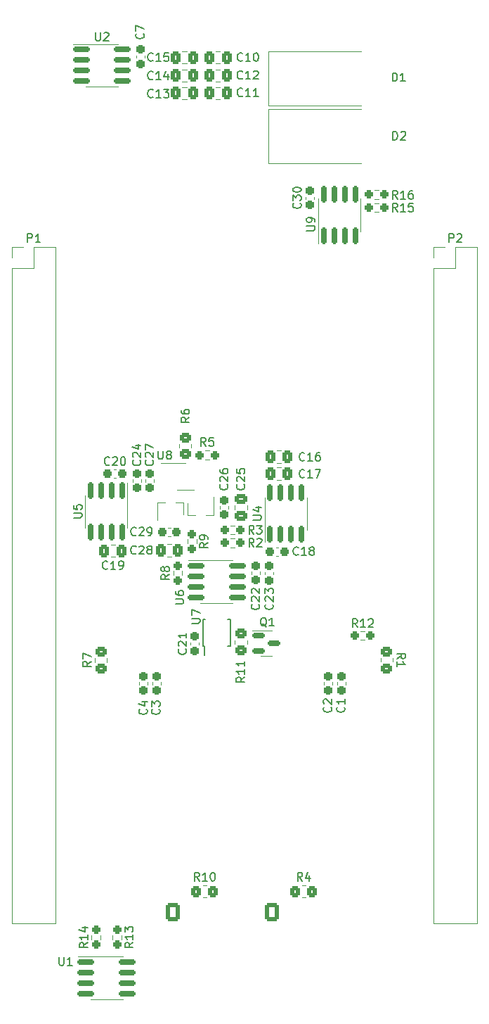
<source format=gto>
G04 #@! TF.GenerationSoftware,KiCad,Pcbnew,(6.0.5)*
G04 #@! TF.CreationDate,2022-05-13T08:12:08+02:00*
G04 #@! TF.ProjectId,MEV_board,4d45565f-626f-4617-9264-2e6b69636164,rev?*
G04 #@! TF.SameCoordinates,Original*
G04 #@! TF.FileFunction,Legend,Top*
G04 #@! TF.FilePolarity,Positive*
%FSLAX46Y46*%
G04 Gerber Fmt 4.6, Leading zero omitted, Abs format (unit mm)*
G04 Created by KiCad (PCBNEW (6.0.5)) date 2022-05-13 08:12:08*
%MOMM*%
%LPD*%
G01*
G04 APERTURE LIST*
G04 Aperture macros list*
%AMRoundRect*
0 Rectangle with rounded corners*
0 $1 Rounding radius*
0 $2 $3 $4 $5 $6 $7 $8 $9 X,Y pos of 4 corners*
0 Add a 4 corners polygon primitive as box body*
4,1,4,$2,$3,$4,$5,$6,$7,$8,$9,$2,$3,0*
0 Add four circle primitives for the rounded corners*
1,1,$1+$1,$2,$3*
1,1,$1+$1,$4,$5*
1,1,$1+$1,$6,$7*
1,1,$1+$1,$8,$9*
0 Add four rect primitives between the rounded corners*
20,1,$1+$1,$2,$3,$4,$5,0*
20,1,$1+$1,$4,$5,$6,$7,0*
20,1,$1+$1,$6,$7,$8,$9,0*
20,1,$1+$1,$8,$9,$2,$3,0*%
G04 Aperture macros list end*
%ADD10C,0.150000*%
%ADD11C,0.120000*%
%ADD12RoundRect,0.237500X-0.237500X0.300000X-0.237500X-0.300000X0.237500X-0.300000X0.237500X0.300000X0*%
%ADD13RoundRect,0.250000X0.475000X-0.337500X0.475000X0.337500X-0.475000X0.337500X-0.475000X-0.337500X0*%
%ADD14RoundRect,0.237500X0.237500X-0.300000X0.237500X0.300000X-0.237500X0.300000X-0.237500X-0.300000X0*%
%ADD15RoundRect,0.250000X0.337500X0.475000X-0.337500X0.475000X-0.337500X-0.475000X0.337500X-0.475000X0*%
%ADD16RoundRect,0.250000X-0.337500X-0.475000X0.337500X-0.475000X0.337500X0.475000X-0.337500X0.475000X0*%
%ADD17RoundRect,0.237500X0.300000X0.237500X-0.300000X0.237500X-0.300000X-0.237500X0.300000X-0.237500X0*%
%ADD18RoundRect,0.237500X-0.300000X-0.237500X0.300000X-0.237500X0.300000X0.237500X-0.300000X0.237500X0*%
%ADD19RoundRect,0.249999X0.450001X-0.350001X0.450001X0.350001X-0.450001X0.350001X-0.450001X-0.350001X0*%
%ADD20RoundRect,0.237500X-0.237500X0.250000X-0.237500X-0.250000X0.237500X-0.250000X0.237500X0.250000X0*%
%ADD21RoundRect,0.237500X0.250000X0.237500X-0.250000X0.237500X-0.250000X-0.237500X0.250000X-0.237500X0*%
%ADD22RoundRect,0.150000X-0.825000X-0.150000X0.825000X-0.150000X0.825000X0.150000X-0.825000X0.150000X0*%
%ADD23RoundRect,0.150000X0.150000X-0.825000X0.150000X0.825000X-0.150000X0.825000X-0.150000X-0.825000X0*%
%ADD24RoundRect,0.150000X-0.150000X0.825000X-0.150000X-0.825000X0.150000X-0.825000X0.150000X0.825000X0*%
%ADD25R,1.700000X1.700000*%
%ADD26O,1.700000X1.700000*%
%ADD27R,4.500000X3.300000*%
%ADD28R,0.800000X0.900000*%
%ADD29R,1.450000X0.450000*%
%ADD30RoundRect,0.237500X-0.250000X-0.237500X0.250000X-0.237500X0.250000X0.237500X-0.250000X0.237500X0*%
%ADD31C,3.600000*%
%ADD32C,6.400000*%
%ADD33RoundRect,0.250000X0.350000X0.450000X-0.350000X0.450000X-0.350000X-0.450000X0.350000X-0.450000X0*%
%ADD34RoundRect,0.250000X0.450000X-0.350000X0.450000X0.350000X-0.450000X0.350000X-0.450000X-0.350000X0*%
%ADD35RoundRect,0.150000X-0.587500X-0.150000X0.587500X-0.150000X0.587500X0.150000X-0.587500X0.150000X0*%
%ADD36R,0.250000X1.100000*%
%ADD37R,2.600000X2.600000*%
%ADD38C,2.600000*%
%ADD39R,1.500000X2.500000*%
%ADD40O,1.500000X2.500000*%
%ADD41RoundRect,0.250000X-0.620000X-0.845000X0.620000X-0.845000X0.620000X0.845000X-0.620000X0.845000X0*%
%ADD42O,1.740000X2.190000*%
G04 APERTURE END LIST*
D10*
X114466642Y-48236166D02*
X114514261Y-48283785D01*
X114561880Y-48426642D01*
X114561880Y-48521880D01*
X114514261Y-48664738D01*
X114419023Y-48759976D01*
X114323785Y-48807595D01*
X114133309Y-48855214D01*
X113990452Y-48855214D01*
X113799976Y-48807595D01*
X113704738Y-48759976D01*
X113609500Y-48664738D01*
X113561880Y-48521880D01*
X113561880Y-48426642D01*
X113609500Y-48283785D01*
X113657119Y-48236166D01*
X113561880Y-47902833D02*
X113561880Y-47236166D01*
X114561880Y-47664738D01*
X126595142Y-102496857D02*
X126642761Y-102544476D01*
X126690380Y-102687333D01*
X126690380Y-102782571D01*
X126642761Y-102925428D01*
X126547523Y-103020666D01*
X126452285Y-103068285D01*
X126261809Y-103115904D01*
X126118952Y-103115904D01*
X125928476Y-103068285D01*
X125833238Y-103020666D01*
X125738000Y-102925428D01*
X125690380Y-102782571D01*
X125690380Y-102687333D01*
X125738000Y-102544476D01*
X125785619Y-102496857D01*
X125785619Y-102115904D02*
X125738000Y-102068285D01*
X125690380Y-101973047D01*
X125690380Y-101734952D01*
X125738000Y-101639714D01*
X125785619Y-101592095D01*
X125880857Y-101544476D01*
X125976095Y-101544476D01*
X126118952Y-101592095D01*
X126690380Y-102163523D01*
X126690380Y-101544476D01*
X125690380Y-100639714D02*
X125690380Y-101115904D01*
X126166571Y-101163523D01*
X126118952Y-101115904D01*
X126071333Y-101020666D01*
X126071333Y-100782571D01*
X126118952Y-100687333D01*
X126166571Y-100639714D01*
X126261809Y-100592095D01*
X126499904Y-100592095D01*
X126595142Y-100639714D01*
X126642761Y-100687333D01*
X126690380Y-100782571D01*
X126690380Y-101020666D01*
X126642761Y-101115904D01*
X126595142Y-101163523D01*
X128373142Y-116911357D02*
X128420761Y-116958976D01*
X128468380Y-117101833D01*
X128468380Y-117197071D01*
X128420761Y-117339928D01*
X128325523Y-117435166D01*
X128230285Y-117482785D01*
X128039809Y-117530404D01*
X127896952Y-117530404D01*
X127706476Y-117482785D01*
X127611238Y-117435166D01*
X127516000Y-117339928D01*
X127468380Y-117197071D01*
X127468380Y-117101833D01*
X127516000Y-116958976D01*
X127563619Y-116911357D01*
X127563619Y-116530404D02*
X127516000Y-116482785D01*
X127468380Y-116387547D01*
X127468380Y-116149452D01*
X127516000Y-116054214D01*
X127563619Y-116006595D01*
X127658857Y-115958976D01*
X127754095Y-115958976D01*
X127896952Y-116006595D01*
X128468380Y-116578023D01*
X128468380Y-115958976D01*
X127563619Y-115578023D02*
X127516000Y-115530404D01*
X127468380Y-115435166D01*
X127468380Y-115197071D01*
X127516000Y-115101833D01*
X127563619Y-115054214D01*
X127658857Y-115006595D01*
X127754095Y-115006595D01*
X127896952Y-115054214D01*
X128468380Y-115625642D01*
X128468380Y-115006595D01*
X130024142Y-116911357D02*
X130071761Y-116958976D01*
X130119380Y-117101833D01*
X130119380Y-117197071D01*
X130071761Y-117339928D01*
X129976523Y-117435166D01*
X129881285Y-117482785D01*
X129690809Y-117530404D01*
X129547952Y-117530404D01*
X129357476Y-117482785D01*
X129262238Y-117435166D01*
X129167000Y-117339928D01*
X129119380Y-117197071D01*
X129119380Y-117101833D01*
X129167000Y-116958976D01*
X129214619Y-116911357D01*
X129214619Y-116530404D02*
X129167000Y-116482785D01*
X129119380Y-116387547D01*
X129119380Y-116149452D01*
X129167000Y-116054214D01*
X129214619Y-116006595D01*
X129309857Y-115958976D01*
X129405095Y-115958976D01*
X129547952Y-116006595D01*
X130119380Y-116578023D01*
X130119380Y-115958976D01*
X129119380Y-115625642D02*
X129119380Y-115006595D01*
X129500333Y-115339928D01*
X129500333Y-115197071D01*
X129547952Y-115101833D01*
X129595571Y-115054214D01*
X129690809Y-115006595D01*
X129928904Y-115006595D01*
X130024142Y-115054214D01*
X130071761Y-115101833D01*
X130119380Y-115197071D01*
X130119380Y-115482785D01*
X130071761Y-115578023D01*
X130024142Y-115625642D01*
X133888242Y-99555641D02*
X133840623Y-99603260D01*
X133697766Y-99650879D01*
X133602528Y-99650879D01*
X133459671Y-99603260D01*
X133364433Y-99508022D01*
X133316814Y-99412784D01*
X133269195Y-99222308D01*
X133269195Y-99079451D01*
X133316814Y-98888975D01*
X133364433Y-98793737D01*
X133459671Y-98698499D01*
X133602528Y-98650879D01*
X133697766Y-98650879D01*
X133840623Y-98698499D01*
X133888242Y-98746118D01*
X134840623Y-99650879D02*
X134269195Y-99650879D01*
X134554909Y-99650879D02*
X134554909Y-98650879D01*
X134459671Y-98793737D01*
X134364433Y-98888975D01*
X134269195Y-98936594D01*
X135697766Y-98650879D02*
X135507290Y-98650879D01*
X135412052Y-98698499D01*
X135364433Y-98746118D01*
X135269195Y-98888975D01*
X135221576Y-99079451D01*
X135221576Y-99460403D01*
X135269195Y-99555641D01*
X135316814Y-99603260D01*
X135412052Y-99650879D01*
X135602528Y-99650879D01*
X135697766Y-99603260D01*
X135745385Y-99555641D01*
X135793004Y-99460403D01*
X135793004Y-99222308D01*
X135745385Y-99127070D01*
X135697766Y-99079451D01*
X135602528Y-99031832D01*
X135412052Y-99031832D01*
X135316814Y-99079451D01*
X135269195Y-99127070D01*
X135221576Y-99222308D01*
X133888242Y-101587641D02*
X133840623Y-101635260D01*
X133697766Y-101682879D01*
X133602528Y-101682879D01*
X133459671Y-101635260D01*
X133364433Y-101540022D01*
X133316814Y-101444784D01*
X133269195Y-101254308D01*
X133269195Y-101111451D01*
X133316814Y-100920975D01*
X133364433Y-100825737D01*
X133459671Y-100730499D01*
X133602528Y-100682879D01*
X133697766Y-100682879D01*
X133840623Y-100730499D01*
X133888242Y-100778118D01*
X134840623Y-101682879D02*
X134269195Y-101682879D01*
X134554909Y-101682879D02*
X134554909Y-100682879D01*
X134459671Y-100825737D01*
X134364433Y-100920975D01*
X134269195Y-100968594D01*
X135173957Y-100682879D02*
X135840623Y-100682879D01*
X135412052Y-101682879D01*
X126420642Y-51474642D02*
X126373023Y-51522261D01*
X126230166Y-51569880D01*
X126134928Y-51569880D01*
X125992071Y-51522261D01*
X125896833Y-51427023D01*
X125849214Y-51331785D01*
X125801595Y-51141309D01*
X125801595Y-50998452D01*
X125849214Y-50807976D01*
X125896833Y-50712738D01*
X125992071Y-50617500D01*
X126134928Y-50569880D01*
X126230166Y-50569880D01*
X126373023Y-50617500D01*
X126420642Y-50665119D01*
X127373023Y-51569880D02*
X126801595Y-51569880D01*
X127087309Y-51569880D02*
X127087309Y-50569880D01*
X126992071Y-50712738D01*
X126896833Y-50807976D01*
X126801595Y-50855595D01*
X127992071Y-50569880D02*
X128087309Y-50569880D01*
X128182547Y-50617500D01*
X128230166Y-50665119D01*
X128277785Y-50760357D01*
X128325404Y-50950833D01*
X128325404Y-51188928D01*
X128277785Y-51379404D01*
X128230166Y-51474642D01*
X128182547Y-51522261D01*
X128087309Y-51569880D01*
X127992071Y-51569880D01*
X127896833Y-51522261D01*
X127849214Y-51474642D01*
X127801595Y-51379404D01*
X127753976Y-51188928D01*
X127753976Y-50950833D01*
X127801595Y-50760357D01*
X127849214Y-50665119D01*
X127896833Y-50617500D01*
X127992071Y-50569880D01*
X126420642Y-53633642D02*
X126373023Y-53681261D01*
X126230166Y-53728880D01*
X126134928Y-53728880D01*
X125992071Y-53681261D01*
X125896833Y-53586023D01*
X125849214Y-53490785D01*
X125801595Y-53300309D01*
X125801595Y-53157452D01*
X125849214Y-52966976D01*
X125896833Y-52871738D01*
X125992071Y-52776500D01*
X126134928Y-52728880D01*
X126230166Y-52728880D01*
X126373023Y-52776500D01*
X126420642Y-52824119D01*
X127373023Y-53728880D02*
X126801595Y-53728880D01*
X127087309Y-53728880D02*
X127087309Y-52728880D01*
X126992071Y-52871738D01*
X126896833Y-52966976D01*
X126801595Y-53014595D01*
X127753976Y-52824119D02*
X127801595Y-52776500D01*
X127896833Y-52728880D01*
X128134928Y-52728880D01*
X128230166Y-52776500D01*
X128277785Y-52824119D01*
X128325404Y-52919357D01*
X128325404Y-53014595D01*
X128277785Y-53157452D01*
X127706357Y-53728880D01*
X128325404Y-53728880D01*
X133151642Y-110910642D02*
X133104023Y-110958261D01*
X132961166Y-111005880D01*
X132865928Y-111005880D01*
X132723071Y-110958261D01*
X132627833Y-110863023D01*
X132580214Y-110767785D01*
X132532595Y-110577309D01*
X132532595Y-110434452D01*
X132580214Y-110243976D01*
X132627833Y-110148738D01*
X132723071Y-110053500D01*
X132865928Y-110005880D01*
X132961166Y-110005880D01*
X133104023Y-110053500D01*
X133151642Y-110101119D01*
X134104023Y-111005880D02*
X133532595Y-111005880D01*
X133818309Y-111005880D02*
X133818309Y-110005880D01*
X133723071Y-110148738D01*
X133627833Y-110243976D01*
X133532595Y-110291595D01*
X134675452Y-110434452D02*
X134580214Y-110386833D01*
X134532595Y-110339214D01*
X134484976Y-110243976D01*
X134484976Y-110196357D01*
X134532595Y-110101119D01*
X134580214Y-110053500D01*
X134675452Y-110005880D01*
X134865928Y-110005880D01*
X134961166Y-110053500D01*
X135008785Y-110101119D01*
X135056404Y-110196357D01*
X135056404Y-110243976D01*
X135008785Y-110339214D01*
X134961166Y-110386833D01*
X134865928Y-110434452D01*
X134675452Y-110434452D01*
X134580214Y-110482071D01*
X134532595Y-110529690D01*
X134484976Y-110624928D01*
X134484976Y-110815404D01*
X134532595Y-110910642D01*
X134580214Y-110958261D01*
X134675452Y-111005880D01*
X134865928Y-111005880D01*
X134961166Y-110958261D01*
X135008785Y-110910642D01*
X135056404Y-110815404D01*
X135056404Y-110624928D01*
X135008785Y-110529690D01*
X134961166Y-110482071D01*
X134865928Y-110434452D01*
X110155242Y-112611241D02*
X110107623Y-112658860D01*
X109964766Y-112706479D01*
X109869528Y-112706479D01*
X109726671Y-112658860D01*
X109631433Y-112563622D01*
X109583814Y-112468384D01*
X109536195Y-112277908D01*
X109536195Y-112135051D01*
X109583814Y-111944575D01*
X109631433Y-111849337D01*
X109726671Y-111754099D01*
X109869528Y-111706479D01*
X109964766Y-111706479D01*
X110107623Y-111754099D01*
X110155242Y-111801718D01*
X111107623Y-112706479D02*
X110536195Y-112706479D01*
X110821909Y-112706479D02*
X110821909Y-111706479D01*
X110726671Y-111849337D01*
X110631433Y-111944575D01*
X110536195Y-111992194D01*
X111583814Y-112706479D02*
X111774290Y-112706479D01*
X111869528Y-112658860D01*
X111917147Y-112611241D01*
X112012385Y-112468384D01*
X112060004Y-112277908D01*
X112060004Y-111896956D01*
X112012385Y-111801718D01*
X111964766Y-111754099D01*
X111869528Y-111706479D01*
X111679052Y-111706479D01*
X111583814Y-111754099D01*
X111536195Y-111801718D01*
X111488576Y-111896956D01*
X111488576Y-112135051D01*
X111536195Y-112230289D01*
X111583814Y-112277908D01*
X111679052Y-112325527D01*
X111869528Y-112325527D01*
X111964766Y-112277908D01*
X112012385Y-112230289D01*
X112060004Y-112135051D01*
X115625642Y-55856142D02*
X115578023Y-55903761D01*
X115435166Y-55951380D01*
X115339928Y-55951380D01*
X115197071Y-55903761D01*
X115101833Y-55808523D01*
X115054214Y-55713285D01*
X115006595Y-55522809D01*
X115006595Y-55379952D01*
X115054214Y-55189476D01*
X115101833Y-55094238D01*
X115197071Y-54999000D01*
X115339928Y-54951380D01*
X115435166Y-54951380D01*
X115578023Y-54999000D01*
X115625642Y-55046619D01*
X116578023Y-55951380D02*
X116006595Y-55951380D01*
X116292309Y-55951380D02*
X116292309Y-54951380D01*
X116197071Y-55094238D01*
X116101833Y-55189476D01*
X116006595Y-55237095D01*
X116911357Y-54951380D02*
X117530404Y-54951380D01*
X117197071Y-55332333D01*
X117339928Y-55332333D01*
X117435166Y-55379952D01*
X117482785Y-55427571D01*
X117530404Y-55522809D01*
X117530404Y-55760904D01*
X117482785Y-55856142D01*
X117435166Y-55903761D01*
X117339928Y-55951380D01*
X117054214Y-55951380D01*
X116958976Y-55903761D01*
X116911357Y-55856142D01*
X115625642Y-53697142D02*
X115578023Y-53744761D01*
X115435166Y-53792380D01*
X115339928Y-53792380D01*
X115197071Y-53744761D01*
X115101833Y-53649523D01*
X115054214Y-53554285D01*
X115006595Y-53363809D01*
X115006595Y-53220952D01*
X115054214Y-53030476D01*
X115101833Y-52935238D01*
X115197071Y-52840000D01*
X115339928Y-52792380D01*
X115435166Y-52792380D01*
X115578023Y-52840000D01*
X115625642Y-52887619D01*
X116578023Y-53792380D02*
X116006595Y-53792380D01*
X116292309Y-53792380D02*
X116292309Y-52792380D01*
X116197071Y-52935238D01*
X116101833Y-53030476D01*
X116006595Y-53078095D01*
X117435166Y-53125714D02*
X117435166Y-53792380D01*
X117197071Y-52744761D02*
X116958976Y-53459047D01*
X117578023Y-53459047D01*
X110389142Y-100096241D02*
X110341523Y-100143860D01*
X110198666Y-100191479D01*
X110103428Y-100191479D01*
X109960571Y-100143860D01*
X109865333Y-100048622D01*
X109817714Y-99953384D01*
X109770095Y-99762908D01*
X109770095Y-99620051D01*
X109817714Y-99429575D01*
X109865333Y-99334337D01*
X109960571Y-99239099D01*
X110103428Y-99191479D01*
X110198666Y-99191479D01*
X110341523Y-99239099D01*
X110389142Y-99286718D01*
X110770095Y-99286718D02*
X110817714Y-99239099D01*
X110912952Y-99191479D01*
X111151047Y-99191479D01*
X111246285Y-99239099D01*
X111293904Y-99286718D01*
X111341523Y-99381956D01*
X111341523Y-99477194D01*
X111293904Y-99620051D01*
X110722476Y-100191479D01*
X111341523Y-100191479D01*
X111960571Y-99191479D02*
X112055809Y-99191479D01*
X112151047Y-99239099D01*
X112198666Y-99286718D01*
X112246285Y-99381956D01*
X112293904Y-99572432D01*
X112293904Y-99810527D01*
X112246285Y-100001003D01*
X112198666Y-100096241D01*
X112151047Y-100143860D01*
X112055809Y-100191479D01*
X111960571Y-100191479D01*
X111865333Y-100143860D01*
X111817714Y-100096241D01*
X111770095Y-100001003D01*
X111722476Y-99810527D01*
X111722476Y-99572432D01*
X111770095Y-99381956D01*
X111817714Y-99286718D01*
X111865333Y-99239099D01*
X111960571Y-99191479D01*
X115625642Y-51474642D02*
X115578023Y-51522261D01*
X115435166Y-51569880D01*
X115339928Y-51569880D01*
X115197071Y-51522261D01*
X115101833Y-51427023D01*
X115054214Y-51331785D01*
X115006595Y-51141309D01*
X115006595Y-50998452D01*
X115054214Y-50807976D01*
X115101833Y-50712738D01*
X115197071Y-50617500D01*
X115339928Y-50569880D01*
X115435166Y-50569880D01*
X115578023Y-50617500D01*
X115625642Y-50665119D01*
X116578023Y-51569880D02*
X116006595Y-51569880D01*
X116292309Y-51569880D02*
X116292309Y-50569880D01*
X116197071Y-50712738D01*
X116101833Y-50807976D01*
X116006595Y-50855595D01*
X117482785Y-50569880D02*
X117006595Y-50569880D01*
X116958976Y-51046071D01*
X117006595Y-50998452D01*
X117101833Y-50950833D01*
X117339928Y-50950833D01*
X117435166Y-50998452D01*
X117482785Y-51046071D01*
X117530404Y-51141309D01*
X117530404Y-51379404D01*
X117482785Y-51474642D01*
X117435166Y-51522261D01*
X117339928Y-51569880D01*
X117101833Y-51569880D01*
X117006595Y-51522261D01*
X116958976Y-51474642D01*
X133389642Y-68651357D02*
X133437261Y-68698976D01*
X133484880Y-68841833D01*
X133484880Y-68937071D01*
X133437261Y-69079928D01*
X133342023Y-69175166D01*
X133246785Y-69222785D01*
X133056309Y-69270404D01*
X132913452Y-69270404D01*
X132722976Y-69222785D01*
X132627738Y-69175166D01*
X132532500Y-69079928D01*
X132484880Y-68937071D01*
X132484880Y-68841833D01*
X132532500Y-68698976D01*
X132580119Y-68651357D01*
X132484880Y-68318023D02*
X132484880Y-67698976D01*
X132865833Y-68032309D01*
X132865833Y-67889452D01*
X132913452Y-67794214D01*
X132961071Y-67746595D01*
X133056309Y-67698976D01*
X133294404Y-67698976D01*
X133389642Y-67746595D01*
X133437261Y-67794214D01*
X133484880Y-67889452D01*
X133484880Y-68175166D01*
X133437261Y-68270404D01*
X133389642Y-68318023D01*
X132484880Y-67079928D02*
X132484880Y-66984690D01*
X132532500Y-66889452D01*
X132580119Y-66841833D01*
X132675357Y-66794214D01*
X132865833Y-66746595D01*
X133103928Y-66746595D01*
X133294404Y-66794214D01*
X133389642Y-66841833D01*
X133437261Y-66889452D01*
X133484880Y-66984690D01*
X133484880Y-67079928D01*
X133437261Y-67175166D01*
X133389642Y-67222785D01*
X133294404Y-67270404D01*
X133103928Y-67318023D01*
X132865833Y-67318023D01*
X132675357Y-67270404D01*
X132580119Y-67222785D01*
X132532500Y-67175166D01*
X132484880Y-67079928D01*
X145026119Y-123442833D02*
X145502309Y-123109500D01*
X145026119Y-122871404D02*
X146026119Y-122871404D01*
X146026119Y-123252357D01*
X145978500Y-123347595D01*
X145930880Y-123395214D01*
X145835642Y-123442833D01*
X145692785Y-123442833D01*
X145597547Y-123395214D01*
X145549928Y-123347595D01*
X145502309Y-123252357D01*
X145502309Y-122871404D01*
X145026119Y-124395214D02*
X145026119Y-123823785D01*
X145026119Y-124109500D02*
X146026119Y-124109500D01*
X145883261Y-124014261D01*
X145788023Y-123919023D01*
X145740404Y-123823785D01*
X113228380Y-157589457D02*
X112752190Y-157922790D01*
X113228380Y-158160885D02*
X112228380Y-158160885D01*
X112228380Y-157779933D01*
X112276000Y-157684695D01*
X112323619Y-157637076D01*
X112418857Y-157589457D01*
X112561714Y-157589457D01*
X112656952Y-157637076D01*
X112704571Y-157684695D01*
X112752190Y-157779933D01*
X112752190Y-158160885D01*
X113228380Y-156637076D02*
X113228380Y-157208504D01*
X113228380Y-156922790D02*
X112228380Y-156922790D01*
X112371238Y-157018028D01*
X112466476Y-157113266D01*
X112514095Y-157208504D01*
X112228380Y-156303742D02*
X112228380Y-155684695D01*
X112609333Y-156018028D01*
X112609333Y-155875171D01*
X112656952Y-155779933D01*
X112704571Y-155732314D01*
X112799809Y-155684695D01*
X113037904Y-155684695D01*
X113133142Y-155732314D01*
X113180761Y-155779933D01*
X113228380Y-155875171D01*
X113228380Y-156160885D01*
X113180761Y-156256123D01*
X113133142Y-156303742D01*
X107767380Y-157614857D02*
X107291190Y-157948190D01*
X107767380Y-158186285D02*
X106767380Y-158186285D01*
X106767380Y-157805333D01*
X106815000Y-157710095D01*
X106862619Y-157662476D01*
X106957857Y-157614857D01*
X107100714Y-157614857D01*
X107195952Y-157662476D01*
X107243571Y-157710095D01*
X107291190Y-157805333D01*
X107291190Y-158186285D01*
X107767380Y-156662476D02*
X107767380Y-157233904D01*
X107767380Y-156948190D02*
X106767380Y-156948190D01*
X106910238Y-157043428D01*
X107005476Y-157138666D01*
X107053095Y-157233904D01*
X107100714Y-155805333D02*
X107767380Y-155805333D01*
X106719761Y-156043428D02*
X107434047Y-156281523D01*
X107434047Y-155662476D01*
X145089642Y-69667380D02*
X144756309Y-69191190D01*
X144518214Y-69667380D02*
X144518214Y-68667380D01*
X144899166Y-68667380D01*
X144994404Y-68715000D01*
X145042023Y-68762619D01*
X145089642Y-68857857D01*
X145089642Y-69000714D01*
X145042023Y-69095952D01*
X144994404Y-69143571D01*
X144899166Y-69191190D01*
X144518214Y-69191190D01*
X146042023Y-69667380D02*
X145470595Y-69667380D01*
X145756309Y-69667380D02*
X145756309Y-68667380D01*
X145661071Y-68810238D01*
X145565833Y-68905476D01*
X145470595Y-68953095D01*
X146946785Y-68667380D02*
X146470595Y-68667380D01*
X146422976Y-69143571D01*
X146470595Y-69095952D01*
X146565833Y-69048333D01*
X146803928Y-69048333D01*
X146899166Y-69095952D01*
X146946785Y-69143571D01*
X146994404Y-69238809D01*
X146994404Y-69476904D01*
X146946785Y-69572142D01*
X146899166Y-69619761D01*
X146803928Y-69667380D01*
X146565833Y-69667380D01*
X146470595Y-69619761D01*
X146422976Y-69572142D01*
X145089642Y-68143380D02*
X144756309Y-67667190D01*
X144518214Y-68143380D02*
X144518214Y-67143380D01*
X144899166Y-67143380D01*
X144994404Y-67191000D01*
X145042023Y-67238619D01*
X145089642Y-67333857D01*
X145089642Y-67476714D01*
X145042023Y-67571952D01*
X144994404Y-67619571D01*
X144899166Y-67667190D01*
X144518214Y-67667190D01*
X146042023Y-68143380D02*
X145470595Y-68143380D01*
X145756309Y-68143380D02*
X145756309Y-67143380D01*
X145661071Y-67286238D01*
X145565833Y-67381476D01*
X145470595Y-67429095D01*
X146899166Y-67143380D02*
X146708690Y-67143380D01*
X146613452Y-67191000D01*
X146565833Y-67238619D01*
X146470595Y-67381476D01*
X146422976Y-67571952D01*
X146422976Y-67952904D01*
X146470595Y-68048142D01*
X146518214Y-68095761D01*
X146613452Y-68143380D01*
X146803928Y-68143380D01*
X146899166Y-68095761D01*
X146946785Y-68048142D01*
X146994404Y-67952904D01*
X146994404Y-67714809D01*
X146946785Y-67619571D01*
X146899166Y-67571952D01*
X146803928Y-67524333D01*
X146613452Y-67524333D01*
X146518214Y-67571952D01*
X146470595Y-67619571D01*
X146422976Y-67714809D01*
X108712095Y-48122380D02*
X108712095Y-48931904D01*
X108759714Y-49027142D01*
X108807333Y-49074761D01*
X108902571Y-49122380D01*
X109093047Y-49122380D01*
X109188285Y-49074761D01*
X109235904Y-49027142D01*
X109283523Y-48931904D01*
X109283523Y-48122380D01*
X109712095Y-48217619D02*
X109759714Y-48170000D01*
X109854952Y-48122380D01*
X110093047Y-48122380D01*
X110188285Y-48170000D01*
X110235904Y-48217619D01*
X110283523Y-48312857D01*
X110283523Y-48408095D01*
X110235904Y-48550952D01*
X109664476Y-49122380D01*
X110283523Y-49122380D01*
X118324380Y-116839904D02*
X119133904Y-116839904D01*
X119229142Y-116792285D01*
X119276761Y-116744666D01*
X119324380Y-116649428D01*
X119324380Y-116458952D01*
X119276761Y-116363714D01*
X119229142Y-116316095D01*
X119133904Y-116268476D01*
X118324380Y-116268476D01*
X118324380Y-115363714D02*
X118324380Y-115554190D01*
X118372000Y-115649428D01*
X118419619Y-115697047D01*
X118562476Y-115792285D01*
X118752952Y-115839904D01*
X119133904Y-115839904D01*
X119229142Y-115792285D01*
X119276761Y-115744666D01*
X119324380Y-115649428D01*
X119324380Y-115458952D01*
X119276761Y-115363714D01*
X119229142Y-115316095D01*
X119133904Y-115268476D01*
X118895809Y-115268476D01*
X118800571Y-115316095D01*
X118752952Y-115363714D01*
X118705333Y-115458952D01*
X118705333Y-115649428D01*
X118752952Y-115744666D01*
X118800571Y-115792285D01*
X118895809Y-115839904D01*
X127687880Y-106743404D02*
X128497404Y-106743404D01*
X128592642Y-106695785D01*
X128640261Y-106648166D01*
X128687880Y-106552928D01*
X128687880Y-106362452D01*
X128640261Y-106267214D01*
X128592642Y-106219595D01*
X128497404Y-106171976D01*
X127687880Y-106171976D01*
X128021214Y-105267214D02*
X128687880Y-105267214D01*
X127640261Y-105505309D02*
X128354547Y-105743404D01*
X128354547Y-105124357D01*
X106068880Y-106489404D02*
X106878404Y-106489404D01*
X106973642Y-106441785D01*
X107021261Y-106394166D01*
X107068880Y-106298928D01*
X107068880Y-106108452D01*
X107021261Y-106013214D01*
X106973642Y-105965595D01*
X106878404Y-105917976D01*
X106068880Y-105917976D01*
X106068880Y-104965595D02*
X106068880Y-105441785D01*
X106545071Y-105489404D01*
X106497452Y-105441785D01*
X106449833Y-105346547D01*
X106449833Y-105108452D01*
X106497452Y-105013214D01*
X106545071Y-104965595D01*
X106640309Y-104917976D01*
X106878404Y-104917976D01*
X106973642Y-104965595D01*
X107021261Y-105013214D01*
X107068880Y-105108452D01*
X107068880Y-105346547D01*
X107021261Y-105441785D01*
X106973642Y-105489404D01*
X134135880Y-71945404D02*
X134945404Y-71945404D01*
X135040642Y-71897785D01*
X135088261Y-71850166D01*
X135135880Y-71754928D01*
X135135880Y-71564452D01*
X135088261Y-71469214D01*
X135040642Y-71421595D01*
X134945404Y-71373976D01*
X134135880Y-71373976D01*
X135135880Y-70850166D02*
X135135880Y-70659690D01*
X135088261Y-70564452D01*
X135040642Y-70516833D01*
X134897785Y-70421595D01*
X134707309Y-70373976D01*
X134326357Y-70373976D01*
X134231119Y-70421595D01*
X134183500Y-70469214D01*
X134135880Y-70564452D01*
X134135880Y-70754928D01*
X134183500Y-70850166D01*
X134231119Y-70897785D01*
X134326357Y-70945404D01*
X134564452Y-70945404D01*
X134659690Y-70897785D01*
X134707309Y-70850166D01*
X134754928Y-70754928D01*
X134754928Y-70564452D01*
X134707309Y-70469214D01*
X134659690Y-70421595D01*
X134564452Y-70373976D01*
X100521904Y-73342380D02*
X100521904Y-72342380D01*
X100902857Y-72342380D01*
X100998095Y-72390000D01*
X101045714Y-72437619D01*
X101093333Y-72532857D01*
X101093333Y-72675714D01*
X101045714Y-72770952D01*
X100998095Y-72818571D01*
X100902857Y-72866190D01*
X100521904Y-72866190D01*
X102045714Y-73342380D02*
X101474285Y-73342380D01*
X101760000Y-73342380D02*
X101760000Y-72342380D01*
X101664761Y-72485238D01*
X101569523Y-72580476D01*
X101474285Y-72628095D01*
X151331904Y-73342380D02*
X151331904Y-72342380D01*
X151712857Y-72342380D01*
X151808095Y-72390000D01*
X151855714Y-72437619D01*
X151903333Y-72532857D01*
X151903333Y-72675714D01*
X151855714Y-72770952D01*
X151808095Y-72818571D01*
X151712857Y-72866190D01*
X151331904Y-72866190D01*
X152284285Y-72437619D02*
X152331904Y-72390000D01*
X152427142Y-72342380D01*
X152665238Y-72342380D01*
X152760476Y-72390000D01*
X152808095Y-72437619D01*
X152855714Y-72532857D01*
X152855714Y-72628095D01*
X152808095Y-72770952D01*
X152236666Y-73342380D01*
X152855714Y-73342380D01*
X144549904Y-61031380D02*
X144549904Y-60031380D01*
X144788000Y-60031380D01*
X144930857Y-60079000D01*
X145026095Y-60174238D01*
X145073714Y-60269476D01*
X145121333Y-60459952D01*
X145121333Y-60602809D01*
X145073714Y-60793285D01*
X145026095Y-60888523D01*
X144930857Y-60983761D01*
X144788000Y-61031380D01*
X144549904Y-61031380D01*
X145502285Y-60126619D02*
X145549904Y-60079000D01*
X145645142Y-60031380D01*
X145883238Y-60031380D01*
X145978476Y-60079000D01*
X146026095Y-60126619D01*
X146073714Y-60221857D01*
X146073714Y-60317095D01*
X146026095Y-60459952D01*
X145454666Y-61031380D01*
X146073714Y-61031380D01*
X144486404Y-53982880D02*
X144486404Y-52982880D01*
X144724500Y-52982880D01*
X144867357Y-53030500D01*
X144962595Y-53125738D01*
X145010214Y-53220976D01*
X145057833Y-53411452D01*
X145057833Y-53554309D01*
X145010214Y-53744785D01*
X144962595Y-53840023D01*
X144867357Y-53935261D01*
X144724500Y-53982880D01*
X144486404Y-53982880D01*
X146010214Y-53982880D02*
X145438785Y-53982880D01*
X145724500Y-53982880D02*
X145724500Y-52982880D01*
X145629261Y-53125738D01*
X145534023Y-53220976D01*
X145438785Y-53268595D01*
X115599742Y-99575857D02*
X115647361Y-99623476D01*
X115694980Y-99766333D01*
X115694980Y-99861571D01*
X115647361Y-100004428D01*
X115552123Y-100099666D01*
X115456885Y-100147285D01*
X115266409Y-100194904D01*
X115123552Y-100194904D01*
X114933076Y-100147285D01*
X114837838Y-100099666D01*
X114742600Y-100004428D01*
X114694980Y-99861571D01*
X114694980Y-99766333D01*
X114742600Y-99623476D01*
X114790219Y-99575857D01*
X114790219Y-99194904D02*
X114742600Y-99147285D01*
X114694980Y-99052047D01*
X114694980Y-98813952D01*
X114742600Y-98718714D01*
X114790219Y-98671095D01*
X114885457Y-98623476D01*
X114980695Y-98623476D01*
X115123552Y-98671095D01*
X115694980Y-99242523D01*
X115694980Y-98623476D01*
X114694980Y-98290142D02*
X114694980Y-97623476D01*
X115694980Y-98052047D01*
X114075742Y-99575857D02*
X114123361Y-99623476D01*
X114170980Y-99766333D01*
X114170980Y-99861571D01*
X114123361Y-100004428D01*
X114028123Y-100099666D01*
X113932885Y-100147285D01*
X113742409Y-100194904D01*
X113599552Y-100194904D01*
X113409076Y-100147285D01*
X113313838Y-100099666D01*
X113218600Y-100004428D01*
X113170980Y-99861571D01*
X113170980Y-99766333D01*
X113218600Y-99623476D01*
X113266219Y-99575857D01*
X113266219Y-99194904D02*
X113218600Y-99147285D01*
X113170980Y-99052047D01*
X113170980Y-98813952D01*
X113218600Y-98718714D01*
X113266219Y-98671095D01*
X113361457Y-98623476D01*
X113456695Y-98623476D01*
X113599552Y-98671095D01*
X114170980Y-99242523D01*
X114170980Y-98623476D01*
X113504314Y-97766333D02*
X114170980Y-97766333D01*
X113123361Y-98004428D02*
X113837647Y-98242523D01*
X113837647Y-97623476D01*
X113593642Y-108561142D02*
X113546023Y-108608761D01*
X113403166Y-108656380D01*
X113307928Y-108656380D01*
X113165071Y-108608761D01*
X113069833Y-108513523D01*
X113022214Y-108418285D01*
X112974595Y-108227809D01*
X112974595Y-108084952D01*
X113022214Y-107894476D01*
X113069833Y-107799238D01*
X113165071Y-107704000D01*
X113307928Y-107656380D01*
X113403166Y-107656380D01*
X113546023Y-107704000D01*
X113593642Y-107751619D01*
X113974595Y-107751619D02*
X114022214Y-107704000D01*
X114117452Y-107656380D01*
X114355547Y-107656380D01*
X114450785Y-107704000D01*
X114498404Y-107751619D01*
X114546023Y-107846857D01*
X114546023Y-107942095D01*
X114498404Y-108084952D01*
X113926976Y-108656380D01*
X114546023Y-108656380D01*
X115022214Y-108656380D02*
X115212690Y-108656380D01*
X115307928Y-108608761D01*
X115355547Y-108561142D01*
X115450785Y-108418285D01*
X115498404Y-108227809D01*
X115498404Y-107846857D01*
X115450785Y-107751619D01*
X115403166Y-107704000D01*
X115307928Y-107656380D01*
X115117452Y-107656380D01*
X115022214Y-107704000D01*
X114974595Y-107751619D01*
X114926976Y-107846857D01*
X114926976Y-108084952D01*
X114974595Y-108180190D01*
X115022214Y-108227809D01*
X115117452Y-108275428D01*
X115307928Y-108275428D01*
X115403166Y-108227809D01*
X115450785Y-108180190D01*
X115498404Y-108084952D01*
X124563142Y-102496857D02*
X124610761Y-102544476D01*
X124658380Y-102687333D01*
X124658380Y-102782571D01*
X124610761Y-102925428D01*
X124515523Y-103020666D01*
X124420285Y-103068285D01*
X124229809Y-103115904D01*
X124086952Y-103115904D01*
X123896476Y-103068285D01*
X123801238Y-103020666D01*
X123706000Y-102925428D01*
X123658380Y-102782571D01*
X123658380Y-102687333D01*
X123706000Y-102544476D01*
X123753619Y-102496857D01*
X123753619Y-102115904D02*
X123706000Y-102068285D01*
X123658380Y-101973047D01*
X123658380Y-101734952D01*
X123706000Y-101639714D01*
X123753619Y-101592095D01*
X123848857Y-101544476D01*
X123944095Y-101544476D01*
X124086952Y-101592095D01*
X124658380Y-102163523D01*
X124658380Y-101544476D01*
X123658380Y-100687333D02*
X123658380Y-100877809D01*
X123706000Y-100973047D01*
X123753619Y-101020666D01*
X123896476Y-101115904D01*
X124086952Y-101163523D01*
X124467904Y-101163523D01*
X124563142Y-101115904D01*
X124610761Y-101068285D01*
X124658380Y-100973047D01*
X124658380Y-100782571D01*
X124610761Y-100687333D01*
X124563142Y-100639714D01*
X124467904Y-100592095D01*
X124229809Y-100592095D01*
X124134571Y-100639714D01*
X124086952Y-100687333D01*
X124039333Y-100782571D01*
X124039333Y-100973047D01*
X124086952Y-101068285D01*
X124134571Y-101115904D01*
X124229809Y-101163523D01*
X116258695Y-98448880D02*
X116258695Y-99258404D01*
X116306314Y-99353642D01*
X116353933Y-99401261D01*
X116449171Y-99448880D01*
X116639647Y-99448880D01*
X116734885Y-99401261D01*
X116782504Y-99353642D01*
X116830123Y-99258404D01*
X116830123Y-98448880D01*
X117449171Y-98877452D02*
X117353933Y-98829833D01*
X117306314Y-98782214D01*
X117258695Y-98686976D01*
X117258695Y-98639357D01*
X117306314Y-98544119D01*
X117353933Y-98496500D01*
X117449171Y-98448880D01*
X117639647Y-98448880D01*
X117734885Y-98496500D01*
X117782504Y-98544119D01*
X117830123Y-98639357D01*
X117830123Y-98686976D01*
X117782504Y-98782214D01*
X117734885Y-98829833D01*
X117639647Y-98877452D01*
X117449171Y-98877452D01*
X117353933Y-98925071D01*
X117306314Y-98972690D01*
X117258695Y-99067928D01*
X117258695Y-99258404D01*
X117306314Y-99353642D01*
X117353933Y-99401261D01*
X117449171Y-99448880D01*
X117639647Y-99448880D01*
X117734885Y-99401261D01*
X117782504Y-99353642D01*
X117830123Y-99258404D01*
X117830123Y-99067928D01*
X117782504Y-98972690D01*
X117734885Y-98925071D01*
X117639647Y-98877452D01*
X120012980Y-94400666D02*
X119536790Y-94734000D01*
X120012980Y-94972095D02*
X119012980Y-94972095D01*
X119012980Y-94591142D01*
X119060600Y-94495904D01*
X119108219Y-94448285D01*
X119203457Y-94400666D01*
X119346314Y-94400666D01*
X119441552Y-94448285D01*
X119489171Y-94495904D01*
X119536790Y-94591142D01*
X119536790Y-94972095D01*
X119012980Y-93543523D02*
X119012980Y-93734000D01*
X119060600Y-93829238D01*
X119108219Y-93876857D01*
X119251076Y-93972095D01*
X119441552Y-94019714D01*
X119822504Y-94019714D01*
X119917742Y-93972095D01*
X119965361Y-93924476D01*
X120012980Y-93829238D01*
X120012980Y-93638761D01*
X119965361Y-93543523D01*
X119917742Y-93495904D01*
X119822504Y-93448285D01*
X119584409Y-93448285D01*
X119489171Y-93495904D01*
X119441552Y-93543523D01*
X119393933Y-93638761D01*
X119393933Y-93829238D01*
X119441552Y-93924476D01*
X119489171Y-93972095D01*
X119584409Y-94019714D01*
X121997433Y-97861380D02*
X121664100Y-97385190D01*
X121426004Y-97861380D02*
X121426004Y-96861380D01*
X121806957Y-96861380D01*
X121902195Y-96909000D01*
X121949814Y-96956619D01*
X121997433Y-97051857D01*
X121997433Y-97194714D01*
X121949814Y-97289952D01*
X121902195Y-97337571D01*
X121806957Y-97385190D01*
X121426004Y-97385190D01*
X122902195Y-96861380D02*
X122426004Y-96861380D01*
X122378385Y-97337571D01*
X122426004Y-97289952D01*
X122521242Y-97242333D01*
X122759338Y-97242333D01*
X122854576Y-97289952D01*
X122902195Y-97337571D01*
X122949814Y-97432809D01*
X122949814Y-97670904D01*
X122902195Y-97766142D01*
X122854576Y-97813761D01*
X122759338Y-97861380D01*
X122521242Y-97861380D01*
X122426004Y-97813761D01*
X122378385Y-97766142D01*
X127785833Y-108440380D02*
X127452500Y-107964190D01*
X127214404Y-108440380D02*
X127214404Y-107440380D01*
X127595357Y-107440380D01*
X127690595Y-107488000D01*
X127738214Y-107535619D01*
X127785833Y-107630857D01*
X127785833Y-107773714D01*
X127738214Y-107868952D01*
X127690595Y-107916571D01*
X127595357Y-107964190D01*
X127214404Y-107964190D01*
X128119166Y-107440380D02*
X128738214Y-107440380D01*
X128404880Y-107821333D01*
X128547738Y-107821333D01*
X128642976Y-107868952D01*
X128690595Y-107916571D01*
X128738214Y-108011809D01*
X128738214Y-108249904D01*
X128690595Y-108345142D01*
X128642976Y-108392761D01*
X128547738Y-108440380D01*
X128262023Y-108440380D01*
X128166785Y-108392761D01*
X128119166Y-108345142D01*
X122245380Y-109529166D02*
X121769190Y-109862500D01*
X122245380Y-110100595D02*
X121245380Y-110100595D01*
X121245380Y-109719642D01*
X121293000Y-109624404D01*
X121340619Y-109576785D01*
X121435857Y-109529166D01*
X121578714Y-109529166D01*
X121673952Y-109576785D01*
X121721571Y-109624404D01*
X121769190Y-109719642D01*
X121769190Y-110100595D01*
X122245380Y-109052976D02*
X122245380Y-108862500D01*
X122197761Y-108767261D01*
X122150142Y-108719642D01*
X122007285Y-108624404D01*
X121816809Y-108576785D01*
X121435857Y-108576785D01*
X121340619Y-108624404D01*
X121293000Y-108672023D01*
X121245380Y-108767261D01*
X121245380Y-108957738D01*
X121293000Y-109052976D01*
X121340619Y-109100595D01*
X121435857Y-109148214D01*
X121673952Y-109148214D01*
X121769190Y-109100595D01*
X121816809Y-109052976D01*
X121864428Y-108957738D01*
X121864428Y-108767261D01*
X121816809Y-108672023D01*
X121769190Y-108624404D01*
X121673952Y-108576785D01*
X127785833Y-109989880D02*
X127452500Y-109513690D01*
X127214404Y-109989880D02*
X127214404Y-108989880D01*
X127595357Y-108989880D01*
X127690595Y-109037500D01*
X127738214Y-109085119D01*
X127785833Y-109180357D01*
X127785833Y-109323214D01*
X127738214Y-109418452D01*
X127690595Y-109466071D01*
X127595357Y-109513690D01*
X127214404Y-109513690D01*
X128166785Y-109085119D02*
X128214404Y-109037500D01*
X128309642Y-108989880D01*
X128547738Y-108989880D01*
X128642976Y-109037500D01*
X128690595Y-109085119D01*
X128738214Y-109180357D01*
X128738214Y-109275595D01*
X128690595Y-109418452D01*
X128119166Y-109989880D01*
X128738214Y-109989880D01*
X117609880Y-113323666D02*
X117133690Y-113657000D01*
X117609880Y-113895095D02*
X116609880Y-113895095D01*
X116609880Y-113514142D01*
X116657500Y-113418904D01*
X116705119Y-113371285D01*
X116800357Y-113323666D01*
X116943214Y-113323666D01*
X117038452Y-113371285D01*
X117086071Y-113418904D01*
X117133690Y-113514142D01*
X117133690Y-113895095D01*
X117038452Y-112752238D02*
X116990833Y-112847476D01*
X116943214Y-112895095D01*
X116847976Y-112942714D01*
X116800357Y-112942714D01*
X116705119Y-112895095D01*
X116657500Y-112847476D01*
X116609880Y-112752238D01*
X116609880Y-112561761D01*
X116657500Y-112466523D01*
X116705119Y-112418904D01*
X116800357Y-112371285D01*
X116847976Y-112371285D01*
X116943214Y-112418904D01*
X116990833Y-112466523D01*
X117038452Y-112561761D01*
X117038452Y-112752238D01*
X117086071Y-112847476D01*
X117133690Y-112895095D01*
X117228928Y-112942714D01*
X117419404Y-112942714D01*
X117514642Y-112895095D01*
X117562261Y-112847476D01*
X117609880Y-112752238D01*
X117609880Y-112561761D01*
X117562261Y-112466523D01*
X117514642Y-112418904D01*
X117419404Y-112371285D01*
X117228928Y-112371285D01*
X117133690Y-112418904D01*
X117086071Y-112466523D01*
X117038452Y-112561761D01*
X113593642Y-110783642D02*
X113546023Y-110831261D01*
X113403166Y-110878880D01*
X113307928Y-110878880D01*
X113165071Y-110831261D01*
X113069833Y-110736023D01*
X113022214Y-110640785D01*
X112974595Y-110450309D01*
X112974595Y-110307452D01*
X113022214Y-110116976D01*
X113069833Y-110021738D01*
X113165071Y-109926500D01*
X113307928Y-109878880D01*
X113403166Y-109878880D01*
X113546023Y-109926500D01*
X113593642Y-109974119D01*
X113974595Y-109974119D02*
X114022214Y-109926500D01*
X114117452Y-109878880D01*
X114355547Y-109878880D01*
X114450785Y-109926500D01*
X114498404Y-109974119D01*
X114546023Y-110069357D01*
X114546023Y-110164595D01*
X114498404Y-110307452D01*
X113926976Y-110878880D01*
X114546023Y-110878880D01*
X115117452Y-110307452D02*
X115022214Y-110259833D01*
X114974595Y-110212214D01*
X114926976Y-110116976D01*
X114926976Y-110069357D01*
X114974595Y-109974119D01*
X115022214Y-109926500D01*
X115117452Y-109878880D01*
X115307928Y-109878880D01*
X115403166Y-109926500D01*
X115450785Y-109974119D01*
X115498404Y-110069357D01*
X115498404Y-110116976D01*
X115450785Y-110212214D01*
X115403166Y-110259833D01*
X115307928Y-110307452D01*
X115117452Y-110307452D01*
X115022214Y-110355071D01*
X114974595Y-110402690D01*
X114926976Y-110497928D01*
X114926976Y-110688404D01*
X114974595Y-110783642D01*
X115022214Y-110831261D01*
X115117452Y-110878880D01*
X115307928Y-110878880D01*
X115403166Y-110831261D01*
X115450785Y-110783642D01*
X115498404Y-110688404D01*
X115498404Y-110497928D01*
X115450785Y-110402690D01*
X115403166Y-110355071D01*
X115307928Y-110307452D01*
X126420642Y-55729142D02*
X126373023Y-55776761D01*
X126230166Y-55824380D01*
X126134928Y-55824380D01*
X125992071Y-55776761D01*
X125896833Y-55681523D01*
X125849214Y-55586285D01*
X125801595Y-55395809D01*
X125801595Y-55252952D01*
X125849214Y-55062476D01*
X125896833Y-54967238D01*
X125992071Y-54872000D01*
X126134928Y-54824380D01*
X126230166Y-54824380D01*
X126373023Y-54872000D01*
X126420642Y-54919619D01*
X127373023Y-55824380D02*
X126801595Y-55824380D01*
X127087309Y-55824380D02*
X127087309Y-54824380D01*
X126992071Y-54967238D01*
X126896833Y-55062476D01*
X126801595Y-55110095D01*
X128325404Y-55824380D02*
X127753976Y-55824380D01*
X128039690Y-55824380D02*
X128039690Y-54824380D01*
X127944452Y-54967238D01*
X127849214Y-55062476D01*
X127753976Y-55110095D01*
X104330595Y-159345380D02*
X104330595Y-160154904D01*
X104378214Y-160250142D01*
X104425833Y-160297761D01*
X104521071Y-160345380D01*
X104711547Y-160345380D01*
X104806785Y-160297761D01*
X104854404Y-160250142D01*
X104902023Y-160154904D01*
X104902023Y-159345380D01*
X105902023Y-160345380D02*
X105330595Y-160345380D01*
X105616309Y-160345380D02*
X105616309Y-159345380D01*
X105521071Y-159488238D01*
X105425833Y-159583476D01*
X105330595Y-159631095D01*
X119577142Y-122293857D02*
X119624761Y-122341476D01*
X119672380Y-122484333D01*
X119672380Y-122579571D01*
X119624761Y-122722428D01*
X119529523Y-122817666D01*
X119434285Y-122865285D01*
X119243809Y-122912904D01*
X119100952Y-122912904D01*
X118910476Y-122865285D01*
X118815238Y-122817666D01*
X118720000Y-122722428D01*
X118672380Y-122579571D01*
X118672380Y-122484333D01*
X118720000Y-122341476D01*
X118767619Y-122293857D01*
X118767619Y-121912904D02*
X118720000Y-121865285D01*
X118672380Y-121770047D01*
X118672380Y-121531952D01*
X118720000Y-121436714D01*
X118767619Y-121389095D01*
X118862857Y-121341476D01*
X118958095Y-121341476D01*
X119100952Y-121389095D01*
X119672380Y-121960523D01*
X119672380Y-121341476D01*
X119672380Y-120389095D02*
X119672380Y-120960523D01*
X119672380Y-120674809D02*
X118672380Y-120674809D01*
X118815238Y-120770047D01*
X118910476Y-120865285D01*
X118958095Y-120960523D01*
X140263642Y-119674880D02*
X139930309Y-119198690D01*
X139692214Y-119674880D02*
X139692214Y-118674880D01*
X140073166Y-118674880D01*
X140168404Y-118722500D01*
X140216023Y-118770119D01*
X140263642Y-118865357D01*
X140263642Y-119008214D01*
X140216023Y-119103452D01*
X140168404Y-119151071D01*
X140073166Y-119198690D01*
X139692214Y-119198690D01*
X141216023Y-119674880D02*
X140644595Y-119674880D01*
X140930309Y-119674880D02*
X140930309Y-118674880D01*
X140835071Y-118817738D01*
X140739833Y-118912976D01*
X140644595Y-118960595D01*
X141596976Y-118770119D02*
X141644595Y-118722500D01*
X141739833Y-118674880D01*
X141977928Y-118674880D01*
X142073166Y-118722500D01*
X142120785Y-118770119D01*
X142168404Y-118865357D01*
X142168404Y-118960595D01*
X142120785Y-119103452D01*
X141549357Y-119674880D01*
X142168404Y-119674880D01*
X114847642Y-129516166D02*
X114895261Y-129563785D01*
X114942880Y-129706642D01*
X114942880Y-129801880D01*
X114895261Y-129944738D01*
X114800023Y-130039976D01*
X114704785Y-130087595D01*
X114514309Y-130135214D01*
X114371452Y-130135214D01*
X114180976Y-130087595D01*
X114085738Y-130039976D01*
X113990500Y-129944738D01*
X113942880Y-129801880D01*
X113942880Y-129706642D01*
X113990500Y-129563785D01*
X114038119Y-129516166D01*
X114276214Y-128659023D02*
X114942880Y-128659023D01*
X113895261Y-128897119D02*
X114609547Y-129135214D01*
X114609547Y-128516166D01*
X121213642Y-150185380D02*
X120880309Y-149709190D01*
X120642214Y-150185380D02*
X120642214Y-149185380D01*
X121023166Y-149185380D01*
X121118404Y-149233000D01*
X121166023Y-149280619D01*
X121213642Y-149375857D01*
X121213642Y-149518714D01*
X121166023Y-149613952D01*
X121118404Y-149661571D01*
X121023166Y-149709190D01*
X120642214Y-149709190D01*
X122166023Y-150185380D02*
X121594595Y-150185380D01*
X121880309Y-150185380D02*
X121880309Y-149185380D01*
X121785071Y-149328238D01*
X121689833Y-149423476D01*
X121594595Y-149471095D01*
X122785071Y-149185380D02*
X122880309Y-149185380D01*
X122975547Y-149233000D01*
X123023166Y-149280619D01*
X123070785Y-149375857D01*
X123118404Y-149566333D01*
X123118404Y-149804428D01*
X123070785Y-149994904D01*
X123023166Y-150090142D01*
X122975547Y-150137761D01*
X122880309Y-150185380D01*
X122785071Y-150185380D01*
X122689833Y-150137761D01*
X122642214Y-150090142D01*
X122594595Y-149994904D01*
X122546976Y-149804428D01*
X122546976Y-149566333D01*
X122594595Y-149375857D01*
X122642214Y-149280619D01*
X122689833Y-149233000D01*
X122785071Y-149185380D01*
X126682380Y-125664857D02*
X126206190Y-125998190D01*
X126682380Y-126236285D02*
X125682380Y-126236285D01*
X125682380Y-125855333D01*
X125730000Y-125760095D01*
X125777619Y-125712476D01*
X125872857Y-125664857D01*
X126015714Y-125664857D01*
X126110952Y-125712476D01*
X126158571Y-125760095D01*
X126206190Y-125855333D01*
X126206190Y-126236285D01*
X126682380Y-124712476D02*
X126682380Y-125283904D01*
X126682380Y-124998190D02*
X125682380Y-124998190D01*
X125825238Y-125093428D01*
X125920476Y-125188666D01*
X125968095Y-125283904D01*
X126682380Y-123760095D02*
X126682380Y-124331523D01*
X126682380Y-124045809D02*
X125682380Y-124045809D01*
X125825238Y-124141047D01*
X125920476Y-124236285D01*
X125968095Y-124331523D01*
X129317761Y-119610119D02*
X129222523Y-119562500D01*
X129127285Y-119467261D01*
X128984428Y-119324404D01*
X128889190Y-119276785D01*
X128793952Y-119276785D01*
X128841571Y-119514880D02*
X128746333Y-119467261D01*
X128651095Y-119372023D01*
X128603476Y-119181547D01*
X128603476Y-118848214D01*
X128651095Y-118657738D01*
X128746333Y-118562500D01*
X128841571Y-118514880D01*
X129032047Y-118514880D01*
X129127285Y-118562500D01*
X129222523Y-118657738D01*
X129270142Y-118848214D01*
X129270142Y-119181547D01*
X129222523Y-119372023D01*
X129127285Y-119467261D01*
X129032047Y-119514880D01*
X128841571Y-119514880D01*
X130222523Y-119514880D02*
X129651095Y-119514880D01*
X129936809Y-119514880D02*
X129936809Y-118514880D01*
X129841571Y-118657738D01*
X129746333Y-118752976D01*
X129651095Y-118800595D01*
X137072642Y-129262166D02*
X137120261Y-129309785D01*
X137167880Y-129452642D01*
X137167880Y-129547880D01*
X137120261Y-129690738D01*
X137025023Y-129785976D01*
X136929785Y-129833595D01*
X136739309Y-129881214D01*
X136596452Y-129881214D01*
X136405976Y-129833595D01*
X136310738Y-129785976D01*
X136215500Y-129690738D01*
X136167880Y-129547880D01*
X136167880Y-129452642D01*
X136215500Y-129309785D01*
X136263119Y-129262166D01*
X136263119Y-128881214D02*
X136215500Y-128833595D01*
X136167880Y-128738357D01*
X136167880Y-128500261D01*
X136215500Y-128405023D01*
X136263119Y-128357404D01*
X136358357Y-128309785D01*
X136453595Y-128309785D01*
X136596452Y-128357404D01*
X137167880Y-128928833D01*
X137167880Y-128309785D01*
X133627833Y-150185380D02*
X133294500Y-149709190D01*
X133056404Y-150185380D02*
X133056404Y-149185380D01*
X133437357Y-149185380D01*
X133532595Y-149233000D01*
X133580214Y-149280619D01*
X133627833Y-149375857D01*
X133627833Y-149518714D01*
X133580214Y-149613952D01*
X133532595Y-149661571D01*
X133437357Y-149709190D01*
X133056404Y-149709190D01*
X134484976Y-149518714D02*
X134484976Y-150185380D01*
X134246880Y-149137761D02*
X134008785Y-149852047D01*
X134627833Y-149852047D01*
X138660142Y-129262166D02*
X138707761Y-129309785D01*
X138755380Y-129452642D01*
X138755380Y-129547880D01*
X138707761Y-129690738D01*
X138612523Y-129785976D01*
X138517285Y-129833595D01*
X138326809Y-129881214D01*
X138183952Y-129881214D01*
X137993476Y-129833595D01*
X137898238Y-129785976D01*
X137803000Y-129690738D01*
X137755380Y-129547880D01*
X137755380Y-129452642D01*
X137803000Y-129309785D01*
X137850619Y-129262166D01*
X138755380Y-128309785D02*
X138755380Y-128881214D01*
X138755380Y-128595500D02*
X137755380Y-128595500D01*
X137898238Y-128690738D01*
X137993476Y-128785976D01*
X138041095Y-128881214D01*
X120292880Y-119189404D02*
X121102404Y-119189404D01*
X121197642Y-119141785D01*
X121245261Y-119094166D01*
X121292880Y-118998928D01*
X121292880Y-118808452D01*
X121245261Y-118713214D01*
X121197642Y-118665595D01*
X121102404Y-118617976D01*
X120292880Y-118617976D01*
X120292880Y-118237023D02*
X120292880Y-117570357D01*
X121292880Y-117998928D01*
X108174380Y-123785166D02*
X107698190Y-124118500D01*
X108174380Y-124356595D02*
X107174380Y-124356595D01*
X107174380Y-123975642D01*
X107222000Y-123880404D01*
X107269619Y-123832785D01*
X107364857Y-123785166D01*
X107507714Y-123785166D01*
X107602952Y-123832785D01*
X107650571Y-123880404D01*
X107698190Y-123975642D01*
X107698190Y-124356595D01*
X107174380Y-123451833D02*
X107174380Y-122785166D01*
X108174380Y-123213738D01*
X116371642Y-129516166D02*
X116419261Y-129563785D01*
X116466880Y-129706642D01*
X116466880Y-129801880D01*
X116419261Y-129944738D01*
X116324023Y-130039976D01*
X116228785Y-130087595D01*
X116038309Y-130135214D01*
X115895452Y-130135214D01*
X115704976Y-130087595D01*
X115609738Y-130039976D01*
X115514500Y-129944738D01*
X115466880Y-129801880D01*
X115466880Y-129706642D01*
X115514500Y-129563785D01*
X115562119Y-129516166D01*
X115466880Y-129182833D02*
X115466880Y-128563785D01*
X115847833Y-128897119D01*
X115847833Y-128754261D01*
X115895452Y-128659023D01*
X115943071Y-128611404D01*
X116038309Y-128563785D01*
X116276404Y-128563785D01*
X116371642Y-128611404D01*
X116419261Y-128659023D01*
X116466880Y-128754261D01*
X116466880Y-129039976D01*
X116419261Y-129135214D01*
X116371642Y-129182833D01*
D11*
X114657600Y-50881233D02*
X114657600Y-51173767D01*
X113637600Y-50881233D02*
X113637600Y-51173767D01*
X126963500Y-105499252D02*
X126963500Y-104976748D01*
X125493500Y-105499252D02*
X125493500Y-104976748D01*
X127495500Y-113287767D02*
X127495500Y-112995233D01*
X128515500Y-113287767D02*
X128515500Y-112995233D01*
X130166500Y-113029233D02*
X130166500Y-113321767D01*
X129146500Y-113029233D02*
X129146500Y-113321767D01*
X131076752Y-99882699D02*
X130554248Y-99882699D01*
X131076752Y-98412699D02*
X130554248Y-98412699D01*
X131076752Y-101940099D02*
X130554248Y-101940099D01*
X131076752Y-100470099D02*
X130554248Y-100470099D01*
X123209248Y-50392601D02*
X123731752Y-50392601D01*
X123209248Y-51862601D02*
X123731752Y-51862601D01*
X123209248Y-52554200D02*
X123731752Y-52554200D01*
X123209248Y-54024200D02*
X123731752Y-54024200D01*
X130731767Y-110043500D02*
X130439233Y-110043500D01*
X130731767Y-111063500D02*
X130439233Y-111063500D01*
X110540748Y-111211099D02*
X111063252Y-111211099D01*
X110540748Y-109741099D02*
X111063252Y-109741099D01*
X119689252Y-54687800D02*
X119166748Y-54687800D01*
X119689252Y-56157800D02*
X119166748Y-56157800D01*
X119689252Y-54024200D02*
X119166748Y-54024200D01*
X119689252Y-52554200D02*
X119166748Y-52554200D01*
X110885733Y-101679099D02*
X111178267Y-101679099D01*
X110885733Y-100659099D02*
X111178267Y-100659099D01*
X119689252Y-50392601D02*
X119166748Y-50392601D01*
X119689252Y-51862601D02*
X119166748Y-51862601D01*
X134059200Y-67880533D02*
X134059200Y-68173067D01*
X135079200Y-67880533D02*
X135079200Y-68173067D01*
X144524000Y-123836564D02*
X144524000Y-123382436D01*
X143054000Y-123836564D02*
X143054000Y-123382436D01*
X111825300Y-156691876D02*
X111825300Y-157201324D01*
X110780300Y-156691876D02*
X110780300Y-157201324D01*
X108240300Y-156691876D02*
X108240300Y-157201324D01*
X109285300Y-156691876D02*
X109285300Y-157201324D01*
X142826824Y-69712100D02*
X142317376Y-69712100D01*
X142826824Y-68667100D02*
X142317376Y-68667100D01*
X142826824Y-68137300D02*
X142317376Y-68137300D01*
X142826824Y-67092300D02*
X142317376Y-67092300D01*
X109474000Y-54630000D02*
X107524000Y-54630000D01*
X109474000Y-49510000D02*
X111424000Y-49510000D01*
X109474000Y-54630000D02*
X111424000Y-54630000D01*
X109474000Y-49510000D02*
X106024000Y-49510000D01*
X123306500Y-111631500D02*
X125256500Y-111631500D01*
X123306500Y-116751500D02*
X121356500Y-116751500D01*
X123306500Y-111631500D02*
X119856500Y-111631500D01*
X123306500Y-116751500D02*
X125256500Y-116751500D01*
X129075500Y-105981500D02*
X129075500Y-109431500D01*
X134195500Y-105981500D02*
X134195500Y-107931500D01*
X129075500Y-105981500D02*
X129075500Y-104031500D01*
X134195500Y-105981500D02*
X134195500Y-104031500D01*
X107422000Y-105727500D02*
X107422000Y-103777500D01*
X112542000Y-105727500D02*
X112542000Y-102277500D01*
X107422000Y-105727500D02*
X107422000Y-107677500D01*
X112542000Y-105727500D02*
X112542000Y-107677500D01*
X140659800Y-70076800D02*
X140659800Y-72026800D01*
X140659800Y-70076800D02*
X140659800Y-68126800D01*
X135539800Y-70076800D02*
X135539800Y-68126800D01*
X135539800Y-70076800D02*
X135539800Y-73526800D01*
X101260000Y-73890000D02*
X103860000Y-73890000D01*
X98660000Y-76490000D02*
X98660000Y-155290000D01*
X98660000Y-155290000D02*
X103860000Y-155290000D01*
X98660000Y-75220000D02*
X98660000Y-73890000D01*
X98660000Y-76490000D02*
X101260000Y-76490000D01*
X103860000Y-73890000D02*
X103860000Y-155290000D01*
X101260000Y-76490000D02*
X101260000Y-73890000D01*
X98660000Y-73890000D02*
X99990000Y-73890000D01*
X149470000Y-73890000D02*
X150800000Y-73890000D01*
X152070000Y-76490000D02*
X152070000Y-73890000D01*
X149470000Y-75220000D02*
X149470000Y-73890000D01*
X149470000Y-76490000D02*
X149470000Y-155290000D01*
X149470000Y-76490000D02*
X152070000Y-76490000D01*
X152070000Y-73890000D02*
X154670000Y-73890000D01*
X154670000Y-73890000D02*
X154670000Y-155290000D01*
X149470000Y-155290000D02*
X154670000Y-155290000D01*
X129540000Y-63854400D02*
X129540000Y-57354400D01*
X129540000Y-57354400D02*
X140740000Y-57354400D01*
X129540000Y-63854400D02*
X140740000Y-63854400D01*
X129540000Y-56894800D02*
X129540000Y-50394800D01*
X129540000Y-50394800D02*
X140740000Y-50394800D01*
X129540000Y-56894800D02*
X140740000Y-56894800D01*
X115723000Y-101899233D02*
X115723000Y-102191767D01*
X114703000Y-101899233D02*
X114703000Y-102191767D01*
X119768500Y-106178000D02*
X119768500Y-104718000D01*
X119768500Y-106178000D02*
X120698500Y-106178000D01*
X122928500Y-106178000D02*
X122928500Y-104018000D01*
X122928500Y-106178000D02*
X121998500Y-106178000D01*
X113163000Y-101899233D02*
X113163000Y-102191767D01*
X114183000Y-101899233D02*
X114183000Y-102191767D01*
X117753267Y-107728000D02*
X117460733Y-107728000D01*
X117753267Y-108748000D02*
X117460733Y-108748000D01*
X124698500Y-105384267D02*
X124698500Y-105091733D01*
X123678500Y-105384267D02*
X123678500Y-105091733D01*
X119568500Y-99888000D02*
X116568500Y-99888000D01*
X120568500Y-103128000D02*
X118568500Y-103128000D01*
X120257500Y-98067864D02*
X120257500Y-97613736D01*
X118787500Y-98067864D02*
X118787500Y-97613736D01*
X122418824Y-99480900D02*
X121909376Y-99480900D01*
X122418824Y-98435900D02*
X121909376Y-98435900D01*
X124953776Y-108510500D02*
X125463224Y-108510500D01*
X124953776Y-107465500D02*
X125463224Y-107465500D01*
X119818000Y-109092276D02*
X119818000Y-109601724D01*
X120863000Y-109092276D02*
X120863000Y-109601724D01*
X125463224Y-110050500D02*
X124953776Y-110050500D01*
X125463224Y-109005500D02*
X124953776Y-109005500D01*
X118122000Y-112902276D02*
X118122000Y-113411724D01*
X119167000Y-112902276D02*
X119167000Y-113411724D01*
X119317000Y-104658000D02*
X119317000Y-106118000D01*
X116157000Y-104658000D02*
X116157000Y-106818000D01*
X116157000Y-104658000D02*
X117087000Y-104658000D01*
X119317000Y-104658000D02*
X118387000Y-104658000D01*
X117868252Y-109691500D02*
X117345748Y-109691500D01*
X117868252Y-111161500D02*
X117345748Y-111161500D01*
X123209248Y-54687800D02*
X123731752Y-54687800D01*
X123209248Y-56157800D02*
X123731752Y-56157800D01*
X110032800Y-164408800D02*
X111982800Y-164408800D01*
X110032800Y-164408800D02*
X108082800Y-164408800D01*
X110032800Y-159288800D02*
X106582800Y-159288800D01*
X110032800Y-159288800D02*
X111982800Y-159288800D01*
X121160000Y-121797267D02*
X121160000Y-121504733D01*
X120140000Y-121797267D02*
X120140000Y-121504733D01*
X140651776Y-120130000D02*
X141161224Y-120130000D01*
X140651776Y-121175000D02*
X141161224Y-121175000D01*
X113942000Y-126574767D02*
X113942000Y-126282233D01*
X114962000Y-126574767D02*
X114962000Y-126282233D01*
X122083564Y-152182500D02*
X121629436Y-152182500D01*
X122083564Y-150712500D02*
X121629436Y-150712500D01*
X126973000Y-121678064D02*
X126973000Y-121223936D01*
X125503000Y-121678064D02*
X125503000Y-121223936D01*
X129286000Y-123162500D02*
X128636000Y-123162500D01*
X129286000Y-120042500D02*
X129936000Y-120042500D01*
X129286000Y-123162500D02*
X129936000Y-123162500D01*
X129286000Y-120042500D02*
X127611000Y-120042500D01*
X137250500Y-126574767D02*
X137250500Y-126282233D01*
X136230500Y-126574767D02*
X136230500Y-126282233D01*
X134021564Y-152182500D02*
X133567436Y-152182500D01*
X134021564Y-150712500D02*
X133567436Y-150712500D01*
X138814000Y-126282233D02*
X138814000Y-126574767D01*
X137794000Y-126282233D02*
X137794000Y-126574767D01*
D10*
X121856500Y-121976000D02*
X121856500Y-123051000D01*
X124931500Y-118726000D02*
X124656500Y-118726000D01*
X124931500Y-121976000D02*
X124656500Y-121976000D01*
X124931500Y-121976000D02*
X124931500Y-118726000D01*
X121681500Y-118726000D02*
X121956500Y-118726000D01*
X121681500Y-121976000D02*
X121681500Y-118726000D01*
X121681500Y-121976000D02*
X121856500Y-121976000D01*
D11*
X110107000Y-123845564D02*
X110107000Y-123391436D01*
X108637000Y-123845564D02*
X108637000Y-123391436D01*
X115529500Y-126282233D02*
X115529500Y-126574767D01*
X116549500Y-126282233D02*
X116549500Y-126574767D01*
%LPC*%
D12*
X114147600Y-50165000D03*
X114147600Y-51890000D03*
D13*
X126228500Y-106275500D03*
X126228500Y-104200500D03*
D14*
X128005500Y-114004000D03*
X128005500Y-112279000D03*
D12*
X129656500Y-112313000D03*
X129656500Y-114038000D03*
D15*
X131853000Y-99147699D03*
X129778000Y-99147699D03*
X131853000Y-101205099D03*
X129778000Y-101205099D03*
D16*
X122433000Y-51127601D03*
X124508000Y-51127601D03*
X122433000Y-53289200D03*
X124508000Y-53289200D03*
D17*
X131448000Y-110553500D03*
X129723000Y-110553500D03*
D16*
X109764500Y-110476099D03*
X111839500Y-110476099D03*
D15*
X120465500Y-55422800D03*
X118390500Y-55422800D03*
X120465500Y-53289200D03*
X118390500Y-53289200D03*
D18*
X110169500Y-101169099D03*
X111894500Y-101169099D03*
D15*
X120465500Y-51127601D03*
X118390500Y-51127601D03*
D12*
X134569200Y-67164300D03*
X134569200Y-68889300D03*
D19*
X143789000Y-124609500D03*
X143789000Y-122609500D03*
D20*
X111302800Y-156034100D03*
X111302800Y-157859100D03*
X108762800Y-156034100D03*
X108762800Y-157859100D03*
D21*
X143484600Y-69189600D03*
X141659600Y-69189600D03*
X143484600Y-67614800D03*
X141659600Y-67614800D03*
D22*
X106999000Y-50165000D03*
X106999000Y-51435000D03*
X106999000Y-52705000D03*
X106999000Y-53975000D03*
X111949000Y-53975000D03*
X111949000Y-52705000D03*
X111949000Y-51435000D03*
X111949000Y-50165000D03*
X120831500Y-112286500D03*
X120831500Y-113556500D03*
X120831500Y-114826500D03*
X120831500Y-116096500D03*
X125781500Y-116096500D03*
X125781500Y-114826500D03*
X125781500Y-113556500D03*
X125781500Y-112286500D03*
D23*
X129730500Y-108456500D03*
X131000500Y-108456500D03*
X132270500Y-108456500D03*
X133540500Y-108456500D03*
X133540500Y-103506500D03*
X132270500Y-103506500D03*
X131000500Y-103506500D03*
X129730500Y-103506500D03*
D24*
X111887000Y-103252500D03*
X110617000Y-103252500D03*
X109347000Y-103252500D03*
X108077000Y-103252500D03*
X108077000Y-108202500D03*
X109347000Y-108202500D03*
X110617000Y-108202500D03*
X111887000Y-108202500D03*
D23*
X136194800Y-72551800D03*
X137464800Y-72551800D03*
X138734800Y-72551800D03*
X140004800Y-72551800D03*
X140004800Y-67601800D03*
X138734800Y-67601800D03*
X137464800Y-67601800D03*
X136194800Y-67601800D03*
D25*
X99990000Y-75220000D03*
D26*
X102530000Y-75220000D03*
X99990000Y-77760000D03*
X102530000Y-77760000D03*
X99990000Y-80300000D03*
X102530000Y-80300000D03*
X99990000Y-82840000D03*
X102530000Y-82840000D03*
X99990000Y-85380000D03*
X102530000Y-85380000D03*
X99990000Y-87920000D03*
X102530000Y-87920000D03*
X99990000Y-90460000D03*
X102530000Y-90460000D03*
X99990000Y-93000000D03*
X102530000Y-93000000D03*
X99990000Y-95540000D03*
X102530000Y-95540000D03*
X99990000Y-98080000D03*
X102530000Y-98080000D03*
X99990000Y-100620000D03*
X102530000Y-100620000D03*
X99990000Y-103160000D03*
X102530000Y-103160000D03*
X99990000Y-105700000D03*
X102530000Y-105700000D03*
X99990000Y-108240000D03*
X102530000Y-108240000D03*
X99990000Y-110780000D03*
X102530000Y-110780000D03*
X99990000Y-113320000D03*
X102530000Y-113320000D03*
X99990000Y-115860000D03*
X102530000Y-115860000D03*
X99990000Y-118400000D03*
X102530000Y-118400000D03*
X99990000Y-120940000D03*
X102530000Y-120940000D03*
X99990000Y-123480000D03*
X102530000Y-123480000D03*
X99990000Y-126020000D03*
X102530000Y-126020000D03*
X99990000Y-128560000D03*
X102530000Y-128560000D03*
X99990000Y-131100000D03*
X102530000Y-131100000D03*
X99990000Y-133640000D03*
X102530000Y-133640000D03*
X99990000Y-136180000D03*
X102530000Y-136180000D03*
X99990000Y-138720000D03*
X102530000Y-138720000D03*
X99990000Y-141260000D03*
X102530000Y-141260000D03*
X99990000Y-143800000D03*
X102530000Y-143800000D03*
X99990000Y-146340000D03*
X102530000Y-146340000D03*
X99990000Y-148880000D03*
X102530000Y-148880000D03*
X99990000Y-151420000D03*
X102530000Y-151420000D03*
X99990000Y-153960000D03*
X102530000Y-153960000D03*
D25*
X150800000Y-75220000D03*
D26*
X153340000Y-75220000D03*
X150800000Y-77760000D03*
X153340000Y-77760000D03*
X150800000Y-80300000D03*
X153340000Y-80300000D03*
X150800000Y-82840000D03*
X153340000Y-82840000D03*
X150800000Y-85380000D03*
X153340000Y-85380000D03*
X150800000Y-87920000D03*
X153340000Y-87920000D03*
X150800000Y-90460000D03*
X153340000Y-90460000D03*
X150800000Y-93000000D03*
X153340000Y-93000000D03*
X150800000Y-95540000D03*
X153340000Y-95540000D03*
X150800000Y-98080000D03*
X153340000Y-98080000D03*
X150800000Y-100620000D03*
X153340000Y-100620000D03*
X150800000Y-103160000D03*
X153340000Y-103160000D03*
X150800000Y-105700000D03*
X153340000Y-105700000D03*
X150800000Y-108240000D03*
X153340000Y-108240000D03*
X150800000Y-110780000D03*
X153340000Y-110780000D03*
X150800000Y-113320000D03*
X153340000Y-113320000D03*
X150800000Y-115860000D03*
X153340000Y-115860000D03*
X150800000Y-118400000D03*
X153340000Y-118400000D03*
X150800000Y-120940000D03*
X153340000Y-120940000D03*
X150800000Y-123480000D03*
X153340000Y-123480000D03*
X150800000Y-126020000D03*
X153340000Y-126020000D03*
X150800000Y-128560000D03*
X153340000Y-128560000D03*
X150800000Y-131100000D03*
X153340000Y-131100000D03*
X150800000Y-133640000D03*
X153340000Y-133640000D03*
X150800000Y-136180000D03*
X153340000Y-136180000D03*
X150800000Y-138720000D03*
X153340000Y-138720000D03*
X150800000Y-141260000D03*
X153340000Y-141260000D03*
X150800000Y-143800000D03*
X153340000Y-143800000D03*
X150800000Y-146340000D03*
X153340000Y-146340000D03*
X150800000Y-148880000D03*
X153340000Y-148880000D03*
X150800000Y-151420000D03*
X153340000Y-151420000D03*
X150800000Y-153960000D03*
X153340000Y-153960000D03*
D27*
X131940000Y-60604400D03*
X140740000Y-60604400D03*
X131940000Y-53644800D03*
X140740000Y-53644800D03*
D12*
X115213000Y-101183000D03*
X115213000Y-102908000D03*
D28*
X122298500Y-104418000D03*
X120398500Y-104418000D03*
X121348500Y-106418000D03*
D12*
X113673000Y-101183000D03*
X113673000Y-102908000D03*
D17*
X118469500Y-108238000D03*
X116744500Y-108238000D03*
D14*
X124188500Y-106100500D03*
X124188500Y-104375500D03*
D29*
X117368500Y-100533000D03*
X117368500Y-101183000D03*
X117368500Y-101833000D03*
X117368500Y-102483000D03*
X121768500Y-102483000D03*
X121768500Y-101833000D03*
X121768500Y-101183000D03*
X121768500Y-100533000D03*
D19*
X119522500Y-98840800D03*
X119522500Y-96840800D03*
D21*
X123076600Y-98958400D03*
X121251600Y-98958400D03*
D30*
X124296000Y-107988000D03*
X126121000Y-107988000D03*
D20*
X120340500Y-108434500D03*
X120340500Y-110259500D03*
D21*
X126121000Y-109528000D03*
X124296000Y-109528000D03*
D20*
X118644500Y-112244500D03*
X118644500Y-114069500D03*
D28*
X116787000Y-106418000D03*
X118687000Y-106418000D03*
X117737000Y-104418000D03*
D15*
X118644500Y-110426500D03*
X116569500Y-110426500D03*
D16*
X122433000Y-55422800D03*
X124508000Y-55422800D03*
D31*
X155000000Y-46000000D03*
D32*
X155000000Y-46000000D03*
D31*
X98000000Y-46000000D03*
D32*
X98000000Y-46000000D03*
X155000000Y-161500000D03*
D31*
X155000000Y-161500000D03*
X98000000Y-161500000D03*
D32*
X98000000Y-161500000D03*
D22*
X107557800Y-159943800D03*
X107557800Y-161213800D03*
X107557800Y-162483800D03*
X107557800Y-163753800D03*
X112507800Y-163753800D03*
X112507800Y-162483800D03*
X112507800Y-161213800D03*
X112507800Y-159943800D03*
D14*
X120650000Y-122513500D03*
X120650000Y-120788500D03*
D30*
X139994000Y-120652500D03*
X141819000Y-120652500D03*
D14*
X114452000Y-127291000D03*
X114452000Y-125566000D03*
D33*
X122856500Y-151447500D03*
X120856500Y-151447500D03*
D34*
X126238000Y-122451000D03*
X126238000Y-120451000D03*
D35*
X128348500Y-120652500D03*
X128348500Y-122552500D03*
X130223500Y-121602500D03*
D14*
X136740500Y-127291000D03*
X136740500Y-125566000D03*
D33*
X134794500Y-151447500D03*
X132794500Y-151447500D03*
D12*
X138304000Y-125566000D03*
X138304000Y-127291000D03*
D36*
X122306500Y-122501000D03*
X122806500Y-122501000D03*
X123306500Y-122501000D03*
X123806500Y-122501000D03*
X124306500Y-122501000D03*
X124306500Y-118201000D03*
X123806500Y-118201000D03*
X123306500Y-118201000D03*
X122806500Y-118201000D03*
X122306500Y-118201000D03*
D34*
X109372000Y-124618500D03*
X109372000Y-122618500D03*
D12*
X116039500Y-125566000D03*
X116039500Y-127291000D03*
D37*
X111823500Y-47200000D03*
D38*
X106743500Y-47200000D03*
D39*
X124000000Y-47800000D03*
D40*
X121460000Y-47800000D03*
X118920000Y-47800000D03*
D25*
X106222798Y-153974800D03*
D26*
X108762798Y-153974800D03*
X111302798Y-153974800D03*
X113842798Y-153974800D03*
D37*
X146500000Y-47200000D03*
D38*
X141420000Y-47200000D03*
X136340000Y-47200000D03*
X131260000Y-47200000D03*
D25*
X140906500Y-122618500D03*
D26*
X140906500Y-125158500D03*
X140906500Y-127698500D03*
X140906500Y-130238500D03*
X140906500Y-132778500D03*
X140906500Y-135318500D03*
D41*
X118046500Y-153974800D03*
D42*
X120586500Y-153974800D03*
X123126500Y-153974800D03*
D25*
X112204500Y-122618500D03*
D26*
X112204500Y-125158500D03*
X112204500Y-127698500D03*
X112204500Y-130238500D03*
X112204500Y-132778500D03*
X112204500Y-135318500D03*
D41*
X129984500Y-153974800D03*
D42*
X132524500Y-153974800D03*
X135064500Y-153974800D03*
M02*

</source>
